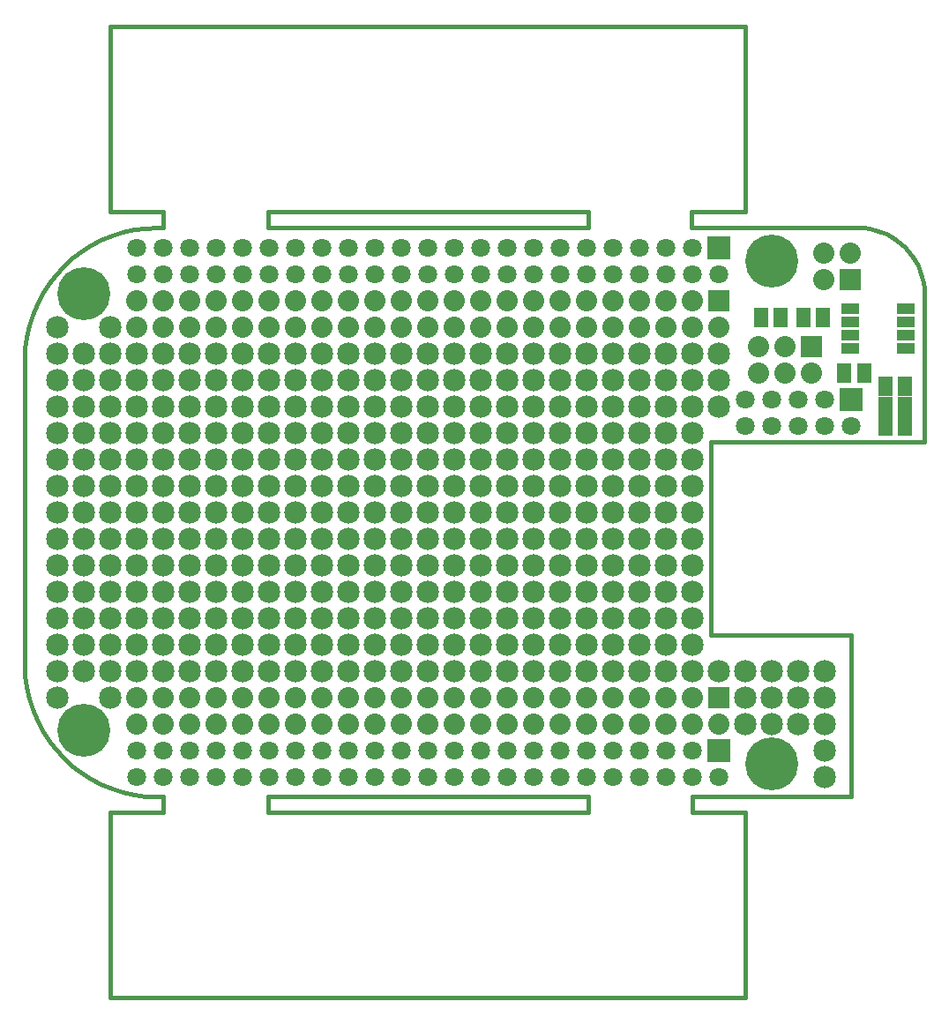
<source format=gts>
G04 (created by PCBNEW-RS274X (2011-09-21 BZR 3143)-testing) date Tue 27 Dec 2011 10:04:21 PM EST*
G01*
G70*
G90*
%MOIN*%
G04 Gerber Fmt 3.4, Leading zero omitted, Abs format*
%FSLAX34Y34*%
G04 APERTURE LIST*
%ADD10C,0.006000*%
%ADD11C,0.015000*%
%ADD12R,0.080000X0.080000*%
%ADD13C,0.080000*%
%ADD14C,0.085000*%
%ADD15R,0.065000X0.040000*%
%ADD16R,0.055000X0.075000*%
%ADD17C,0.200000*%
%ADD18R,0.085000X0.085000*%
%ADD19C,0.071200*%
G04 APERTURE END LIST*
G54D10*
G54D11*
X21300Y00600D02*
X21300Y00000D01*
X09200Y00600D02*
X21300Y00600D01*
X09200Y00000D02*
X09200Y00600D01*
X21300Y00000D02*
X09200Y00000D01*
X09200Y-21500D02*
X09250Y-21500D01*
X09200Y-22100D02*
X09200Y-21500D01*
X21300Y-22100D02*
X09200Y-22100D01*
X21300Y-21500D02*
X21300Y-22100D01*
X09200Y-21500D02*
X21300Y-21500D01*
X31250Y-15400D02*
X25950Y-15400D01*
X31250Y-21500D02*
X28500Y-21500D01*
X31250Y-21500D02*
X31250Y-15450D01*
X05250Y00000D02*
X04900Y00000D01*
X05250Y00600D02*
X05250Y00000D01*
X03250Y00600D02*
X05250Y00600D01*
X25200Y00000D02*
X27250Y00000D01*
X25200Y00600D02*
X25200Y00000D01*
X27200Y00600D02*
X25200Y00600D01*
X27250Y-21500D02*
X25250Y-21500D01*
X27250Y-22100D02*
X27250Y-22150D01*
X25250Y-22100D02*
X27250Y-22100D01*
X25250Y-22100D02*
X25250Y-21500D01*
X05250Y-22100D02*
X05250Y-22050D01*
X03250Y-22100D02*
X05250Y-22100D01*
X05000Y-21500D02*
X05250Y-21500D01*
X05250Y-22100D02*
X05250Y-21500D01*
X27250Y-21500D02*
X28500Y-21500D01*
X27250Y-29100D02*
X27250Y-22100D01*
X03250Y-29100D02*
X27250Y-29100D01*
X03250Y-22100D02*
X03250Y-29100D01*
X03250Y07600D02*
X03250Y00600D01*
X27250Y07600D02*
X03250Y07600D01*
X27250Y00600D02*
X27250Y07600D01*
X27250Y00000D02*
X28500Y00000D01*
X25950Y-08100D02*
X25950Y-15400D01*
X34000Y-08100D02*
X25950Y-08100D01*
X34000Y-07900D02*
X34000Y-08100D01*
X28400Y00000D02*
X31500Y00000D01*
X00000Y-05000D02*
X00000Y-16500D01*
X34000Y-02500D02*
X34000Y-07950D01*
X34000Y-02500D02*
X33990Y-02283D01*
X33962Y-02066D01*
X33914Y-01853D01*
X33849Y-01645D01*
X33765Y-01444D01*
X33665Y-01251D01*
X33547Y-01067D01*
X33415Y-00894D01*
X33267Y-00733D01*
X33106Y-00585D01*
X32933Y-00453D01*
X32750Y-00335D01*
X32556Y-00235D01*
X32355Y-00151D01*
X32147Y-00086D01*
X31934Y-00038D01*
X31717Y-00010D01*
X31500Y00000D01*
X00000Y-16500D02*
X00020Y-16935D01*
X00076Y-17368D01*
X00171Y-17794D01*
X00302Y-18210D01*
X00469Y-18613D01*
X00670Y-18999D01*
X00905Y-19367D01*
X01170Y-19713D01*
X01465Y-20035D01*
X01787Y-20330D01*
X02133Y-20595D01*
X02501Y-20830D01*
X02887Y-21031D01*
X03290Y-21198D01*
X03706Y-21329D01*
X04132Y-21424D01*
X04565Y-21480D01*
X05000Y-21500D01*
X05000Y00000D02*
X04565Y-00020D01*
X04132Y-00076D01*
X03706Y-00171D01*
X03290Y-00302D01*
X02887Y-00469D01*
X02501Y-00670D01*
X02133Y-00905D01*
X01787Y-01170D01*
X01465Y-01465D01*
X01170Y-01787D01*
X00905Y-02133D01*
X00670Y-02501D01*
X00469Y-02887D01*
X00302Y-03290D01*
X00171Y-03706D01*
X00076Y-04132D01*
X00020Y-04565D01*
X00000Y-05000D01*
G54D12*
X26250Y-02750D03*
G54D13*
X26250Y-03750D03*
X21250Y-02750D03*
X25250Y-03750D03*
X20250Y-02750D03*
X24250Y-03750D03*
X19250Y-02750D03*
X23250Y-03750D03*
X18250Y-02750D03*
X22250Y-03750D03*
X17250Y-02750D03*
X21250Y-03750D03*
X16250Y-02750D03*
X20250Y-03750D03*
X15250Y-02750D03*
X19250Y-03750D03*
X14250Y-02750D03*
X18250Y-03750D03*
X13250Y-02750D03*
X17250Y-03750D03*
X12250Y-02750D03*
X16250Y-03750D03*
X11250Y-02750D03*
X15250Y-03750D03*
X14250Y-03750D03*
X10250Y-02750D03*
X13250Y-03750D03*
X11250Y-03750D03*
X10250Y-03750D03*
X09250Y-03750D03*
X08250Y-03750D03*
X09250Y-02750D03*
X08250Y-02750D03*
X25250Y-02750D03*
X24250Y-02750D03*
X23250Y-02750D03*
X22250Y-02750D03*
X07250Y-02750D03*
X07250Y-03750D03*
X12250Y-03750D03*
X06250Y-02750D03*
X06250Y-03750D03*
X05250Y-02750D03*
X05250Y-03750D03*
X04250Y-02750D03*
X04250Y-03750D03*
G54D14*
X26250Y-04750D03*
X26250Y-05750D03*
X26250Y-06750D03*
X29250Y-17750D03*
X30250Y-17750D03*
X30250Y-18750D03*
X09250Y-05750D03*
X09250Y-06750D03*
X09250Y-07750D03*
X09250Y-08750D03*
X09250Y-09750D03*
X09250Y-10750D03*
X09250Y-11750D03*
X09250Y-12750D03*
X09250Y-13750D03*
X09250Y-14750D03*
X08250Y-16750D03*
X09250Y-16750D03*
X10250Y-04750D03*
X10250Y-06750D03*
X10250Y-07750D03*
X10250Y-08750D03*
X10250Y-09750D03*
X10250Y-10750D03*
X10250Y-11750D03*
X10250Y-12750D03*
X08250Y-05750D03*
X07250Y-07750D03*
X07250Y-08750D03*
X07250Y-09750D03*
X07250Y-10750D03*
X07250Y-11750D03*
X07250Y-12750D03*
X07250Y-13750D03*
X07250Y-14750D03*
X07250Y-15750D03*
X07250Y-16750D03*
X07250Y-06750D03*
X08250Y-06750D03*
X08250Y-07750D03*
X08250Y-08750D03*
X08250Y-09750D03*
X08250Y-10750D03*
X08250Y-11750D03*
X08250Y-12750D03*
X08250Y-13750D03*
X08250Y-14750D03*
X08250Y-15750D03*
X09250Y-15750D03*
X12250Y-10750D03*
X12250Y-11750D03*
X12250Y-12750D03*
X12250Y-13750D03*
X12250Y-14750D03*
X12250Y-15750D03*
X12250Y-16750D03*
X13250Y-04750D03*
X13250Y-05750D03*
X13250Y-06750D03*
X12250Y-09750D03*
X13250Y-08750D03*
X13250Y-09750D03*
X13250Y-10750D03*
X13250Y-12750D03*
X13250Y-11750D03*
X10250Y-05750D03*
X13250Y-13750D03*
X13250Y-14750D03*
X13250Y-15750D03*
X11250Y-11750D03*
X10250Y-14750D03*
X10250Y-15750D03*
X10250Y-16750D03*
X11250Y-04750D03*
X11250Y-05750D03*
X11250Y-06750D03*
X11250Y-07750D03*
X11250Y-08750D03*
X11250Y-09750D03*
X11250Y-10750D03*
X10250Y-13750D03*
X11250Y-12750D03*
X11250Y-13750D03*
X11250Y-14750D03*
X11250Y-15750D03*
X11250Y-16750D03*
X12250Y-04750D03*
X12250Y-05750D03*
X12250Y-06750D03*
X12250Y-07750D03*
X05250Y-10750D03*
X13250Y-07750D03*
X02250Y-07750D03*
X02250Y-08750D03*
X02250Y-09750D03*
X02250Y-10750D03*
X02250Y-11750D03*
X02250Y-12750D03*
X02250Y-13750D03*
X02250Y-14750D03*
X02250Y-15750D03*
X02250Y-16750D03*
X02250Y-06750D03*
X03250Y-06750D03*
X03250Y-07750D03*
X03250Y-08750D03*
X03250Y-09750D03*
X03250Y-10750D03*
X03250Y-11750D03*
X03250Y-12750D03*
X03250Y-13750D03*
X03250Y-14750D03*
X01250Y-09750D03*
X05250Y-04750D03*
X06250Y-04750D03*
X07250Y-04750D03*
X08250Y-04750D03*
X09250Y-04750D03*
X03250Y-03750D03*
X01250Y-04750D03*
X01250Y-05750D03*
X01250Y-06750D03*
X01250Y-07750D03*
X01250Y-08750D03*
X04250Y-04750D03*
X01250Y-10750D03*
X01250Y-11750D03*
X01250Y-12750D03*
X01250Y-13750D03*
X01250Y-14750D03*
X01250Y-15750D03*
X01250Y-16750D03*
X01250Y-17750D03*
X02250Y-05750D03*
X06250Y-08750D03*
X03250Y-05750D03*
X05250Y-11750D03*
X05250Y-12750D03*
X05250Y-13750D03*
X05250Y-14750D03*
X05250Y-15750D03*
X05250Y-16750D03*
X06250Y-05750D03*
X06250Y-06750D03*
X06250Y-07750D03*
X05250Y-09750D03*
X06250Y-09750D03*
X06250Y-10750D03*
X06250Y-11750D03*
X06250Y-12750D03*
X06250Y-13750D03*
X06250Y-14750D03*
X06250Y-15750D03*
X06250Y-16750D03*
X07250Y-05750D03*
X04250Y-10750D03*
X03250Y-16750D03*
X03250Y-17750D03*
X04250Y-05750D03*
X01250Y-03750D03*
X04250Y-06750D03*
X04250Y-07750D03*
X04250Y-08750D03*
X02250Y-04750D03*
X03250Y-04750D03*
X04250Y-09750D03*
X03250Y-15750D03*
X04250Y-11750D03*
X04250Y-12750D03*
X04250Y-13750D03*
X04250Y-14750D03*
X04250Y-15750D03*
X04250Y-16750D03*
X05250Y-05750D03*
X05250Y-06750D03*
X05250Y-07750D03*
X05250Y-08750D03*
X12250Y-08750D03*
X27250Y-18750D03*
X27250Y-17750D03*
X25250Y-15750D03*
X25250Y-14750D03*
X25250Y-11750D03*
X25250Y-10750D03*
X25250Y-07750D03*
X25250Y-05750D03*
X25250Y-04750D03*
X24250Y-14750D03*
X28250Y-18750D03*
X24250Y-10750D03*
X19250Y-14750D03*
X24250Y-07750D03*
X24250Y-05750D03*
X23250Y-16750D03*
X23250Y-14750D03*
X23250Y-13750D03*
X23250Y-12750D03*
X23250Y-11750D03*
X21250Y-12750D03*
X20250Y-15750D03*
X20250Y-16750D03*
X21250Y-04750D03*
X21250Y-05750D03*
X21250Y-06750D03*
X21250Y-07750D03*
X21250Y-08750D03*
X21250Y-09750D03*
X21250Y-10750D03*
X21250Y-11750D03*
X20250Y-14750D03*
X21250Y-13750D03*
X21250Y-14750D03*
X21250Y-15750D03*
X21250Y-16750D03*
X22250Y-04750D03*
X30250Y-16750D03*
X28250Y-16750D03*
X30250Y-20750D03*
X28250Y-17750D03*
X24250Y-13750D03*
X30250Y-19750D03*
X29250Y-18750D03*
X27250Y-16750D03*
X26250Y-16750D03*
X25250Y-16750D03*
X25250Y-13750D03*
X25250Y-12750D03*
X25250Y-09750D03*
X25250Y-08750D03*
X29250Y-16750D03*
X24250Y-16750D03*
X24250Y-15750D03*
X24250Y-12750D03*
X24250Y-11750D03*
X24250Y-09750D03*
X24250Y-08750D03*
X24250Y-06750D03*
X24250Y-04750D03*
X23250Y-15750D03*
X22250Y-13750D03*
X23250Y-09750D03*
X20250Y-12750D03*
X23250Y-08750D03*
X23250Y-07750D03*
X23250Y-06750D03*
X23250Y-05750D03*
X23250Y-04750D03*
X22250Y-16750D03*
X22250Y-15750D03*
X22250Y-14750D03*
X23250Y-10750D03*
X22250Y-12750D03*
X22250Y-11750D03*
X22250Y-10750D03*
X22250Y-09750D03*
X22250Y-08750D03*
X22250Y-07750D03*
X22250Y-06750D03*
X22250Y-05750D03*
X19250Y-16750D03*
X15250Y-13750D03*
X15250Y-14750D03*
X15250Y-15750D03*
X15250Y-16750D03*
X16250Y-04750D03*
X16250Y-05750D03*
X16250Y-06750D03*
X16250Y-07750D03*
X16250Y-08750D03*
X16250Y-09750D03*
X15250Y-12750D03*
X16250Y-11750D03*
X16250Y-12750D03*
X16250Y-13750D03*
X16250Y-14750D03*
X16250Y-15750D03*
X16250Y-16750D03*
X17250Y-04750D03*
X17250Y-05750D03*
X17250Y-06750D03*
X17250Y-07750D03*
X14250Y-14750D03*
X14250Y-04750D03*
X14250Y-05750D03*
X14250Y-06750D03*
X14250Y-07750D03*
X14250Y-08750D03*
X14250Y-09750D03*
X14250Y-10750D03*
X14250Y-11750D03*
X14250Y-12750D03*
X14250Y-13750D03*
X13250Y-16750D03*
X14250Y-15750D03*
X14250Y-16750D03*
X15250Y-04750D03*
X15250Y-05750D03*
X15250Y-06750D03*
X15250Y-07750D03*
X15250Y-08750D03*
X15250Y-09750D03*
X15250Y-10750D03*
X15250Y-11750D03*
X16250Y-10750D03*
X19250Y-05750D03*
X19250Y-06750D03*
X19250Y-07750D03*
X19250Y-08750D03*
X19250Y-09750D03*
X19250Y-10750D03*
X19250Y-11750D03*
X19250Y-12750D03*
X19250Y-13750D03*
X19250Y-15750D03*
X19250Y-04750D03*
X20250Y-04750D03*
X20250Y-05750D03*
X20250Y-06750D03*
X20250Y-07750D03*
X20250Y-08750D03*
X20250Y-09750D03*
X20250Y-10750D03*
X20250Y-11750D03*
X20250Y-13750D03*
X18250Y-06750D03*
X17250Y-09750D03*
X17250Y-10750D03*
X17250Y-11750D03*
X17250Y-12750D03*
X17250Y-13750D03*
X17250Y-14750D03*
X17250Y-15750D03*
X17250Y-16750D03*
X18250Y-04750D03*
X18250Y-05750D03*
X17250Y-08750D03*
X18250Y-07750D03*
X18250Y-08750D03*
X18250Y-09750D03*
X18250Y-10750D03*
X18250Y-11750D03*
X18250Y-12750D03*
X18250Y-13750D03*
X18250Y-14750D03*
X18250Y-15750D03*
X18250Y-16750D03*
X25250Y-06750D03*
G54D12*
X26250Y-17750D03*
G54D13*
X26250Y-18750D03*
X21250Y-17750D03*
X25250Y-18750D03*
X20250Y-17750D03*
X24250Y-18750D03*
X19250Y-17750D03*
X23250Y-18750D03*
X18250Y-17750D03*
X22250Y-18750D03*
X17250Y-17750D03*
X21250Y-18750D03*
X16250Y-17750D03*
X20250Y-18750D03*
X15250Y-17750D03*
X19250Y-18750D03*
X14250Y-17750D03*
X18250Y-18750D03*
X13250Y-17750D03*
X17250Y-18750D03*
X12250Y-17750D03*
X16250Y-18750D03*
X11250Y-17750D03*
X15250Y-18750D03*
X14250Y-18750D03*
X10250Y-17750D03*
X13250Y-18750D03*
X11250Y-18750D03*
X10250Y-18750D03*
X09250Y-18750D03*
X08250Y-18750D03*
X09250Y-17750D03*
X08250Y-17750D03*
X25250Y-17750D03*
X24250Y-17750D03*
X23250Y-17750D03*
X22250Y-17750D03*
X07250Y-17750D03*
X07250Y-18750D03*
X12250Y-18750D03*
X06250Y-17750D03*
X06250Y-18750D03*
X05250Y-17750D03*
X05250Y-18750D03*
X04250Y-17750D03*
X04250Y-18750D03*
G54D12*
X29750Y-04500D03*
G54D13*
X29750Y-05500D03*
X28750Y-04500D03*
X28750Y-05500D03*
X27750Y-04500D03*
X27750Y-05500D03*
G54D15*
X31200Y-04550D03*
X33300Y-04550D03*
X31200Y-04050D03*
X31200Y-03550D03*
X31200Y-03050D03*
X33300Y-04050D03*
X33300Y-03550D03*
X33300Y-03050D03*
G54D16*
X30975Y-05500D03*
X31725Y-05500D03*
X28575Y-03400D03*
X27825Y-03400D03*
X29425Y-03400D03*
X30175Y-03400D03*
X32525Y-06750D03*
X33275Y-06750D03*
X32525Y-07500D03*
X33275Y-07500D03*
X32525Y-06000D03*
X33275Y-06000D03*
G54D12*
X31200Y-01950D03*
G54D13*
X30200Y-01950D03*
X31200Y-00950D03*
X30200Y-00950D03*
G54D17*
X02250Y-02500D03*
X28250Y-01250D03*
X28250Y-20250D03*
X02250Y-19000D03*
G54D18*
X26250Y-00750D03*
G54D19*
X26250Y-01750D03*
X25250Y-00750D03*
X25250Y-01750D03*
X24250Y-00750D03*
X24250Y-01750D03*
X23250Y-00750D03*
X23250Y-01750D03*
X22250Y-00750D03*
X22250Y-01750D03*
X21250Y-00750D03*
X21250Y-01750D03*
X20250Y-00750D03*
X20250Y-01750D03*
X19250Y-00750D03*
X19250Y-01750D03*
X18250Y-00750D03*
X18250Y-01750D03*
X17250Y-00750D03*
X17250Y-01750D03*
X16250Y-00750D03*
X16250Y-01750D03*
X15250Y-00750D03*
X15250Y-01750D03*
X14250Y-00750D03*
X14250Y-01750D03*
X13250Y-00750D03*
X13250Y-01750D03*
X12250Y-00750D03*
X12250Y-01750D03*
X11250Y-00750D03*
X11250Y-01750D03*
X10250Y-00750D03*
X10250Y-01750D03*
X09250Y-00750D03*
X09250Y-01750D03*
X08250Y-00750D03*
X08250Y-01750D03*
X07250Y-00750D03*
X07250Y-01750D03*
X06250Y-00750D03*
X06250Y-01750D03*
X05250Y-00750D03*
X05250Y-01750D03*
X04250Y-00750D03*
X04250Y-01750D03*
G54D18*
X26250Y-19750D03*
G54D19*
X26250Y-20750D03*
X25250Y-19750D03*
X25250Y-20750D03*
X24250Y-19750D03*
X24250Y-20750D03*
X23250Y-19750D03*
X23250Y-20750D03*
X22250Y-19750D03*
X22250Y-20750D03*
X21250Y-19750D03*
X21250Y-20750D03*
X20250Y-19750D03*
X20250Y-20750D03*
X19250Y-19750D03*
X19250Y-20750D03*
X18250Y-19750D03*
X18250Y-20750D03*
X17250Y-19750D03*
X17250Y-20750D03*
X16250Y-19750D03*
X16250Y-20750D03*
X15250Y-19750D03*
X15250Y-20750D03*
X14250Y-19750D03*
X14250Y-20750D03*
X13250Y-19750D03*
X13250Y-20750D03*
X12250Y-19750D03*
X12250Y-20750D03*
X11250Y-19750D03*
X11250Y-20750D03*
X10250Y-19750D03*
X10250Y-20750D03*
X09250Y-19750D03*
X09250Y-20750D03*
X08250Y-19750D03*
X08250Y-20750D03*
X07250Y-19750D03*
X07250Y-20750D03*
X06250Y-19750D03*
X06250Y-20750D03*
X05250Y-19750D03*
X05250Y-20750D03*
X04250Y-19750D03*
X04250Y-20750D03*
G54D18*
X31250Y-06500D03*
G54D19*
X31250Y-07500D03*
X30250Y-06500D03*
X30250Y-07500D03*
X29250Y-06500D03*
X29250Y-07500D03*
X28250Y-06500D03*
X28250Y-07500D03*
X27250Y-06500D03*
X27250Y-07500D03*
M02*

</source>
